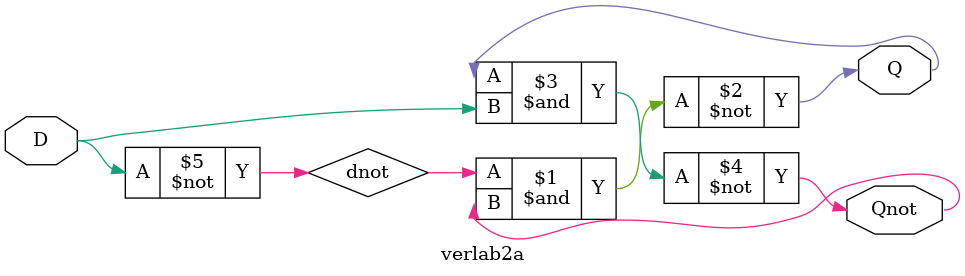
<source format=v>
module verlab2a(Q,Qnot,D);
output Q;
output Qnot;
input [0:0] D;
wire [0:0] dnot;

not (dnot[0],D[0]);
nand (Q,dnot[0], Qnot);
nand (Qnot, Q, D[0]);
endmodule

</source>
